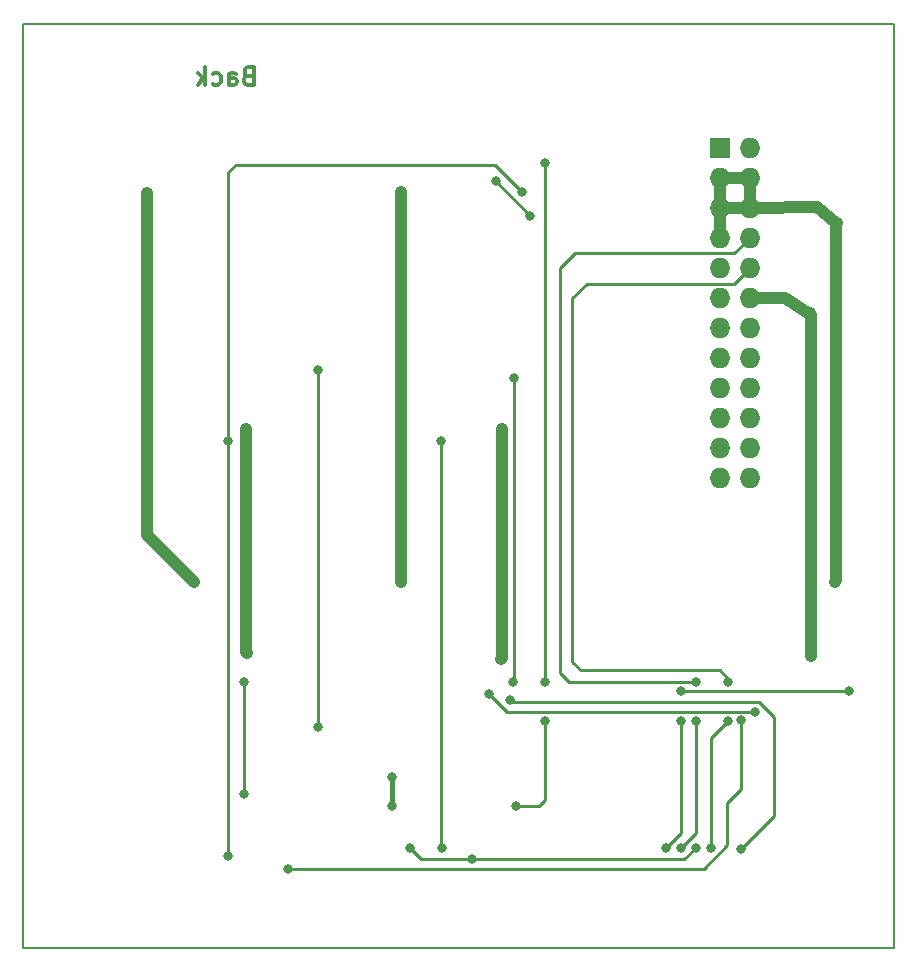
<source format=gbr>
G04 #@! TF.FileFunction,Copper,L2,Bot,Signal*
%FSLAX46Y46*%
G04 Gerber Fmt 4.6, Leading zero omitted, Abs format (unit mm)*
G04 Created by KiCad (PCBNEW 4.0.5+dfsg1-4~bpo8+1) date Thu Jun 29 19:36:04 2017*
%MOMM*%
%LPD*%
G01*
G04 APERTURE LIST*
%ADD10C,0.100000*%
%ADD11C,0.150000*%
%ADD12C,0.300000*%
%ADD13R,1.727200X1.727200*%
%ADD14O,1.727200X1.727200*%
%ADD15C,0.800000*%
%ADD16C,0.400000*%
%ADD17C,1.000000*%
%ADD18C,0.250000*%
G04 APERTURE END LIST*
D10*
D11*
X134500000Y-72000000D02*
X134500000Y-150250000D01*
X208250000Y-72000000D02*
X134500000Y-72000000D01*
X208250000Y-150250000D02*
X208250000Y-72000000D01*
X134500000Y-150250000D02*
X208250000Y-150250000D01*
D12*
X153571428Y-76392857D02*
X153357142Y-76464286D01*
X153285714Y-76535714D01*
X153214285Y-76678571D01*
X153214285Y-76892857D01*
X153285714Y-77035714D01*
X153357142Y-77107143D01*
X153500000Y-77178571D01*
X154071428Y-77178571D01*
X154071428Y-75678571D01*
X153571428Y-75678571D01*
X153428571Y-75750000D01*
X153357142Y-75821429D01*
X153285714Y-75964286D01*
X153285714Y-76107143D01*
X153357142Y-76250000D01*
X153428571Y-76321429D01*
X153571428Y-76392857D01*
X154071428Y-76392857D01*
X151928571Y-77178571D02*
X151928571Y-76392857D01*
X152000000Y-76250000D01*
X152142857Y-76178571D01*
X152428571Y-76178571D01*
X152571428Y-76250000D01*
X151928571Y-77107143D02*
X152071428Y-77178571D01*
X152428571Y-77178571D01*
X152571428Y-77107143D01*
X152642857Y-76964286D01*
X152642857Y-76821429D01*
X152571428Y-76678571D01*
X152428571Y-76607143D01*
X152071428Y-76607143D01*
X151928571Y-76535714D01*
X150571428Y-77107143D02*
X150714285Y-77178571D01*
X150999999Y-77178571D01*
X151142857Y-77107143D01*
X151214285Y-77035714D01*
X151285714Y-76892857D01*
X151285714Y-76464286D01*
X151214285Y-76321429D01*
X151142857Y-76250000D01*
X150999999Y-76178571D01*
X150714285Y-76178571D01*
X150571428Y-76250000D01*
X149928571Y-77178571D02*
X149928571Y-75678571D01*
X149785714Y-76607143D02*
X149357143Y-77178571D01*
X149357143Y-76178571D02*
X149928571Y-76750000D01*
D13*
X193500000Y-82500000D03*
D14*
X196040000Y-82500000D03*
X193500000Y-85040000D03*
X196040000Y-85040000D03*
X193500000Y-87580000D03*
X196040000Y-87580000D03*
X193500000Y-90120000D03*
X196040000Y-90120000D03*
X193500000Y-92660000D03*
X196040000Y-92660000D03*
X193500000Y-95200000D03*
X196040000Y-95200000D03*
X193500000Y-97740000D03*
X196040000Y-97740000D03*
X193500000Y-100280000D03*
X196040000Y-100280000D03*
X193500000Y-102820000D03*
X196040000Y-102820000D03*
X193500000Y-105360000D03*
X196040000Y-105360000D03*
X193500000Y-107900000D03*
X196040000Y-107900000D03*
X193500000Y-110440000D03*
X196040000Y-110440000D03*
D15*
X165750000Y-135750000D03*
X165750000Y-138250000D03*
X201250000Y-125500000D03*
X175000000Y-125750000D03*
X153500000Y-125250000D03*
X175054000Y-110236000D03*
X175054000Y-108331000D03*
X175054000Y-106299000D03*
X153416000Y-110363000D03*
X153416000Y-108331000D03*
X153416000Y-106299000D03*
X166500000Y-96250000D03*
X166500000Y-94250000D03*
X166500000Y-92250000D03*
X166500000Y-90250000D03*
X166500000Y-88250000D03*
X166500000Y-86250000D03*
X166500000Y-119270000D03*
X203250000Y-119250000D03*
X149000000Y-119250000D03*
X145034000Y-88290000D03*
X145034000Y-90290000D03*
X145034000Y-92329000D03*
X145034000Y-94290000D03*
X144964000Y-86290000D03*
X145034000Y-96266000D03*
X176250000Y-138250000D03*
X178750000Y-131000000D03*
X178750000Y-127750000D03*
X178750000Y-83750000D03*
X191500000Y-127750000D03*
X191500000Y-131000000D03*
X190250000Y-141750000D03*
X176750000Y-86250000D03*
X151892000Y-142500000D03*
X151892000Y-107315000D03*
X194250000Y-131000000D03*
X192750000Y-141750000D03*
X194250000Y-127750000D03*
X174554000Y-85344000D03*
X177475000Y-88265000D03*
X169926000Y-107315000D03*
X170000000Y-141750000D03*
X176078000Y-101981000D03*
X176000000Y-127750000D03*
X159512000Y-101346000D03*
X159500000Y-131500000D03*
X204500000Y-128500000D03*
X190250000Y-128500000D03*
X190250000Y-131000000D03*
X189000000Y-141750000D03*
X195326000Y-141906000D03*
X175750000Y-129250000D03*
X174000000Y-128750000D03*
X196500000Y-130250000D03*
X156972000Y-143557000D03*
X195326000Y-130984000D03*
X167250000Y-141750000D03*
X191500000Y-141750000D03*
X172500000Y-142750000D03*
X153250000Y-127750000D03*
X153250000Y-137250000D03*
D16*
X165750000Y-138250000D02*
X165750000Y-135750000D01*
D17*
X201250000Y-96620000D02*
X201250000Y-125500000D01*
X175054000Y-110236000D02*
X175054000Y-125696000D01*
X175054000Y-125696000D02*
X175000000Y-125750000D01*
X153416000Y-110363000D02*
X153416000Y-125166000D01*
X153416000Y-125166000D02*
X153500000Y-125250000D01*
X196040000Y-95200000D02*
X199000000Y-95250000D01*
X199000000Y-95250000D02*
X201250000Y-96620000D01*
X201250000Y-96620000D02*
X201150000Y-96520000D01*
X175054000Y-110236000D02*
X175054000Y-108331000D01*
X175054000Y-108331000D02*
X175054000Y-106299000D01*
X153416000Y-106299000D02*
X153416000Y-108331000D01*
X153416000Y-108331000D02*
X153416000Y-110363000D01*
X166500000Y-119270000D02*
X166500000Y-96250000D01*
X166500000Y-96250000D02*
X166500000Y-94250000D01*
X166500000Y-94250000D02*
X166500000Y-92250000D01*
X166500000Y-92250000D02*
X166500000Y-90250000D01*
X166500000Y-90250000D02*
X166500000Y-88250000D01*
X166500000Y-88250000D02*
X166500000Y-86250000D01*
X203395000Y-88855000D02*
X203395000Y-119105000D01*
X203395000Y-119105000D02*
X203250000Y-119250000D01*
X145034000Y-96250000D02*
X145034000Y-115284000D01*
X145034000Y-115284000D02*
X149000000Y-119250000D01*
X203440000Y-88900000D02*
X203395000Y-88855000D01*
X203395000Y-88855000D02*
X201750000Y-87500000D01*
X201750000Y-87500000D02*
X196040000Y-87580000D01*
X196040000Y-87580000D02*
X196040000Y-85040000D01*
X193500000Y-87580000D02*
X196040000Y-87580000D01*
X193500000Y-90120000D02*
X193500000Y-85040000D01*
X193500000Y-85040000D02*
X196040000Y-85040000D01*
X145034000Y-88290000D02*
X145034000Y-88265000D01*
X145034000Y-90290000D02*
X145034000Y-90297000D01*
X145034000Y-94290000D02*
X145034000Y-94234000D01*
X145034000Y-86360000D02*
X145034000Y-88265000D01*
D18*
X144964000Y-86290000D02*
X145034000Y-86360000D01*
D17*
X145034000Y-88265000D02*
X145034000Y-90297000D01*
X145034000Y-90297000D02*
X145034000Y-92329000D01*
X145034000Y-92329000D02*
X145034000Y-94234000D01*
X145034000Y-94234000D02*
X145034000Y-96250000D01*
X145034000Y-96250000D02*
X145034000Y-96250000D01*
X145034000Y-96250000D02*
X145034000Y-96266000D01*
D18*
X178750000Y-131000000D02*
X178750000Y-137750000D01*
X178250000Y-138250000D02*
X176250000Y-138250000D01*
X178750000Y-137750000D02*
X178250000Y-138250000D01*
X178750000Y-83750000D02*
X178750000Y-127750000D01*
X181250000Y-91400000D02*
X180000000Y-92650000D01*
X191500000Y-127750000D02*
X180750000Y-127750000D01*
X180750000Y-127750000D02*
X180000000Y-127000000D01*
X180000000Y-127000000D02*
X180000000Y-92750000D01*
X181250000Y-91400000D02*
X191750000Y-91400000D01*
X180000000Y-92650000D02*
X180000000Y-92750000D01*
X191750000Y-91400000D02*
X194760000Y-91400000D01*
X194760000Y-91400000D02*
X196040000Y-90120000D01*
X191750000Y-91400000D02*
X191750000Y-91400000D01*
X191500000Y-140500000D02*
X191500000Y-131000000D01*
X190250000Y-141750000D02*
X191500000Y-140500000D01*
X152527000Y-83947000D02*
X174427000Y-83947000D01*
X151892000Y-84582000D02*
X152527000Y-83947000D01*
X151892000Y-84582000D02*
X151892000Y-107315000D01*
X174447000Y-83947000D02*
X174427000Y-83947000D01*
X176750000Y-86250000D02*
X174447000Y-83947000D01*
X151892000Y-142500000D02*
X151892000Y-107315000D01*
X182250000Y-94000000D02*
X194750000Y-94000000D01*
X194250000Y-127750000D02*
X194250000Y-127500000D01*
X181000000Y-95250000D02*
X182250000Y-94000000D01*
X181000000Y-126000000D02*
X181000000Y-95250000D01*
X181750000Y-126750000D02*
X181000000Y-126000000D01*
X193500000Y-126750000D02*
X181750000Y-126750000D01*
X194250000Y-127500000D02*
X193500000Y-126750000D01*
X192750000Y-132500000D02*
X192750000Y-141750000D01*
X192750000Y-132500000D02*
X194250000Y-131000000D01*
X194750000Y-94000000D02*
X196040000Y-92660000D01*
X177475000Y-88265000D02*
X174554000Y-85344000D01*
X169926000Y-107315000D02*
X169926000Y-141676000D01*
X169926000Y-141676000D02*
X170000000Y-141750000D01*
X176078000Y-101981000D02*
X176078000Y-127672000D01*
X176000000Y-127750000D02*
X176078000Y-127672000D01*
X176000000Y-127750000D02*
X176078000Y-127672000D01*
X159512000Y-131488000D02*
X159512000Y-101346000D01*
X159500000Y-131500000D02*
X159512000Y-131488000D01*
X190250000Y-128500000D02*
X204500000Y-128500000D01*
X190250000Y-140500000D02*
X190250000Y-131000000D01*
X189000000Y-141750000D02*
X190250000Y-140500000D01*
X195326000Y-141906000D02*
X198120000Y-139112000D01*
X198120000Y-139112000D02*
X198120000Y-130730000D01*
X198120000Y-130730000D02*
X196850000Y-129460000D01*
X175960000Y-129460000D02*
X196850000Y-129460000D01*
X175750000Y-129250000D02*
X175960000Y-129460000D01*
X175500000Y-130250000D02*
X174000000Y-128750000D01*
X196500000Y-130250000D02*
X175500000Y-130250000D01*
X192151000Y-143557000D02*
X156972000Y-143557000D01*
X194140144Y-141556000D02*
X192151000Y-143557000D01*
X194140144Y-138000000D02*
X194140144Y-141556000D01*
X195326000Y-136826000D02*
X194140144Y-138000000D01*
X195326000Y-130984000D02*
X195326000Y-136826000D01*
X172500000Y-142750000D02*
X168250000Y-142750000D01*
X168250000Y-142750000D02*
X167250000Y-141750000D01*
X174750000Y-142750000D02*
X172500000Y-142750000D01*
X191500000Y-141750000D02*
X190500000Y-142750000D01*
X190500000Y-142750000D02*
X174750000Y-142750000D01*
X153250000Y-127750000D02*
X153250000Y-137250000D01*
M02*

</source>
